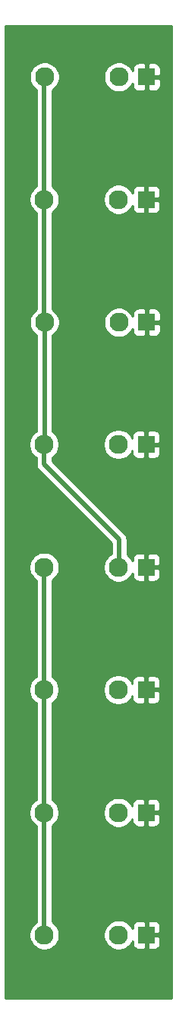
<source format=gbr>
%TF.GenerationSoftware,KiCad,Pcbnew,(5.1.6-0)*%
%TF.CreationDate,2020-10-27T19:58:16-07:00*%
%TF.ProjectId,circuit_board,63697263-7569-4745-9f62-6f6172642e6b,rev?*%
%TF.SameCoordinates,Original*%
%TF.FileFunction,Copper,L1,Top*%
%TF.FilePolarity,Positive*%
%FSLAX46Y46*%
G04 Gerber Fmt 4.6, Leading zero omitted, Abs format (unit mm)*
G04 Created by KiCad (PCBNEW (5.1.6-0)) date 2020-10-27 19:58:16*
%MOMM*%
%LPD*%
G01*
G04 APERTURE LIST*
%TA.AperFunction,ComponentPad*%
%ADD10C,2.130000*%
%TD*%
%TA.AperFunction,ComponentPad*%
%ADD11R,1.830000X1.930000*%
%TD*%
%TA.AperFunction,Conductor*%
%ADD12C,0.508000*%
%TD*%
%TA.AperFunction,Conductor*%
%ADD13C,0.254000*%
%TD*%
G04 APERTURE END LIST*
D10*
%TO.P,J1,TN*%
%TO.N,N/C*%
X91810000Y-48230000D03*
D11*
%TO.P,J1,S*%
%TO.N,GND*%
X94910000Y-48230000D03*
D10*
%TO.P,J1,T*%
%TO.N,Net-(J1-PadT)*%
X83510000Y-48230000D03*
%TD*%
%TO.P,J2,TN*%
%TO.N,Net-(J1-PadT)*%
X91780000Y-102870000D03*
D11*
%TO.P,J2,S*%
%TO.N,GND*%
X94880000Y-102870000D03*
D10*
%TO.P,J2,T*%
%TO.N,Net-(J2-PadT)*%
X83480000Y-102870000D03*
%TD*%
%TO.P,J3,T*%
%TO.N,Net-(J1-PadT)*%
X83480000Y-61880000D03*
D11*
%TO.P,J3,S*%
%TO.N,GND*%
X94880000Y-61880000D03*
D10*
%TO.P,J3,TN*%
%TO.N,N/C*%
X91780000Y-61880000D03*
%TD*%
%TO.P,J4,TN*%
%TO.N,N/C*%
X91810000Y-75580000D03*
D11*
%TO.P,J4,S*%
%TO.N,GND*%
X94910000Y-75580000D03*
D10*
%TO.P,J4,T*%
%TO.N,Net-(J1-PadT)*%
X83510000Y-75580000D03*
%TD*%
%TO.P,J5,T*%
%TO.N,Net-(J1-PadT)*%
X83460000Y-89190000D03*
D11*
%TO.P,J5,S*%
%TO.N,GND*%
X94860000Y-89190000D03*
D10*
%TO.P,J5,TN*%
%TO.N,N/C*%
X91760000Y-89190000D03*
%TD*%
%TO.P,J6,T*%
%TO.N,Net-(J2-PadT)*%
X83460000Y-116530000D03*
D11*
%TO.P,J6,S*%
%TO.N,GND*%
X94860000Y-116530000D03*
D10*
%TO.P,J6,TN*%
%TO.N,N/C*%
X91760000Y-116530000D03*
%TD*%
%TO.P,J7,TN*%
%TO.N,N/C*%
X91760000Y-130220000D03*
D11*
%TO.P,J7,S*%
%TO.N,GND*%
X94860000Y-130220000D03*
D10*
%TO.P,J7,T*%
%TO.N,Net-(J2-PadT)*%
X83460000Y-130220000D03*
%TD*%
%TO.P,J8,T*%
%TO.N,Net-(J2-PadT)*%
X83490000Y-143860000D03*
D11*
%TO.P,J8,S*%
%TO.N,GND*%
X94890000Y-143860000D03*
D10*
%TO.P,J8,TN*%
%TO.N,N/C*%
X91790000Y-143860000D03*
%TD*%
D12*
%TO.N,Net-(J1-PadT)*%
X83480000Y-48260000D02*
X83510000Y-48230000D01*
X83480000Y-61880000D02*
X83480000Y-48260000D01*
X83480000Y-75550000D02*
X83510000Y-75580000D01*
X83480000Y-61880000D02*
X83480000Y-75550000D01*
X83510000Y-89140000D02*
X83460000Y-89190000D01*
X83510000Y-75580000D02*
X83510000Y-89140000D01*
X91852636Y-99782636D02*
X91852636Y-102390464D01*
X83460000Y-91390000D02*
X91852636Y-99782636D01*
X83460000Y-89190000D02*
X83460000Y-91390000D01*
%TO.N,Net-(J2-PadT)*%
X83480000Y-116510000D02*
X83460000Y-116530000D01*
X83480000Y-102870000D02*
X83480000Y-116510000D01*
X83460000Y-116530000D02*
X83460000Y-130220000D01*
X83460000Y-143830000D02*
X83490000Y-143860000D01*
X83460000Y-130220000D02*
X83460000Y-143830000D01*
%TD*%
D13*
%TO.N,GND*%
G36*
X97644110Y-150939327D02*
G01*
X79145267Y-150939327D01*
X79145267Y-116362565D01*
X81760000Y-116362565D01*
X81760000Y-116697435D01*
X81825330Y-117025872D01*
X81953479Y-117335252D01*
X82139523Y-117613687D01*
X82376313Y-117850477D01*
X82571000Y-117980563D01*
X82571001Y-128769437D01*
X82376313Y-128899523D01*
X82139523Y-129136313D01*
X81953479Y-129414748D01*
X81825330Y-129724128D01*
X81760000Y-130052565D01*
X81760000Y-130387435D01*
X81825330Y-130715872D01*
X81953479Y-131025252D01*
X82139523Y-131303687D01*
X82376313Y-131540477D01*
X82571000Y-131670563D01*
X82571001Y-142429482D01*
X82406313Y-142539523D01*
X82169523Y-142776313D01*
X81983479Y-143054748D01*
X81855330Y-143364128D01*
X81790000Y-143692565D01*
X81790000Y-144027435D01*
X81855330Y-144355872D01*
X81983479Y-144665252D01*
X82169523Y-144943687D01*
X82406313Y-145180477D01*
X82684748Y-145366521D01*
X82994128Y-145494670D01*
X83322565Y-145560000D01*
X83657435Y-145560000D01*
X83985872Y-145494670D01*
X84295252Y-145366521D01*
X84573687Y-145180477D01*
X84810477Y-144943687D01*
X84996521Y-144665252D01*
X85124670Y-144355872D01*
X85190000Y-144027435D01*
X85190000Y-143692565D01*
X90090000Y-143692565D01*
X90090000Y-144027435D01*
X90155330Y-144355872D01*
X90283479Y-144665252D01*
X90469523Y-144943687D01*
X90706313Y-145180477D01*
X90984748Y-145366521D01*
X91294128Y-145494670D01*
X91622565Y-145560000D01*
X91957435Y-145560000D01*
X92285872Y-145494670D01*
X92595252Y-145366521D01*
X92873687Y-145180477D01*
X93110477Y-144943687D01*
X93296521Y-144665252D01*
X93338105Y-144564860D01*
X93336928Y-144825000D01*
X93349188Y-144949482D01*
X93385498Y-145069180D01*
X93444463Y-145179494D01*
X93523815Y-145276185D01*
X93620506Y-145355537D01*
X93730820Y-145414502D01*
X93850518Y-145450812D01*
X93975000Y-145463072D01*
X94604250Y-145460000D01*
X94763000Y-145301250D01*
X94763000Y-143987000D01*
X95017000Y-143987000D01*
X95017000Y-145301250D01*
X95175750Y-145460000D01*
X95805000Y-145463072D01*
X95929482Y-145450812D01*
X96049180Y-145414502D01*
X96159494Y-145355537D01*
X96256185Y-145276185D01*
X96335537Y-145179494D01*
X96394502Y-145069180D01*
X96430812Y-144949482D01*
X96443072Y-144825000D01*
X96440000Y-144145750D01*
X96281250Y-143987000D01*
X95017000Y-143987000D01*
X94763000Y-143987000D01*
X94743000Y-143987000D01*
X94743000Y-143733000D01*
X94763000Y-143733000D01*
X94763000Y-142418750D01*
X95017000Y-142418750D01*
X95017000Y-143733000D01*
X96281250Y-143733000D01*
X96440000Y-143574250D01*
X96443072Y-142895000D01*
X96430812Y-142770518D01*
X96394502Y-142650820D01*
X96335537Y-142540506D01*
X96256185Y-142443815D01*
X96159494Y-142364463D01*
X96049180Y-142305498D01*
X95929482Y-142269188D01*
X95805000Y-142256928D01*
X95175750Y-142260000D01*
X95017000Y-142418750D01*
X94763000Y-142418750D01*
X94604250Y-142260000D01*
X93975000Y-142256928D01*
X93850518Y-142269188D01*
X93730820Y-142305498D01*
X93620506Y-142364463D01*
X93523815Y-142443815D01*
X93444463Y-142540506D01*
X93385498Y-142650820D01*
X93349188Y-142770518D01*
X93336928Y-142895000D01*
X93338105Y-143155140D01*
X93296521Y-143054748D01*
X93110477Y-142776313D01*
X92873687Y-142539523D01*
X92595252Y-142353479D01*
X92285872Y-142225330D01*
X91957435Y-142160000D01*
X91622565Y-142160000D01*
X91294128Y-142225330D01*
X90984748Y-142353479D01*
X90706313Y-142539523D01*
X90469523Y-142776313D01*
X90283479Y-143054748D01*
X90155330Y-143364128D01*
X90090000Y-143692565D01*
X85190000Y-143692565D01*
X85124670Y-143364128D01*
X84996521Y-143054748D01*
X84810477Y-142776313D01*
X84573687Y-142539523D01*
X84349000Y-142389392D01*
X84349000Y-131670562D01*
X84543687Y-131540477D01*
X84780477Y-131303687D01*
X84966521Y-131025252D01*
X85094670Y-130715872D01*
X85160000Y-130387435D01*
X85160000Y-130052565D01*
X90060000Y-130052565D01*
X90060000Y-130387435D01*
X90125330Y-130715872D01*
X90253479Y-131025252D01*
X90439523Y-131303687D01*
X90676313Y-131540477D01*
X90954748Y-131726521D01*
X91264128Y-131854670D01*
X91592565Y-131920000D01*
X91927435Y-131920000D01*
X92255872Y-131854670D01*
X92565252Y-131726521D01*
X92843687Y-131540477D01*
X93080477Y-131303687D01*
X93266521Y-131025252D01*
X93308105Y-130924860D01*
X93306928Y-131185000D01*
X93319188Y-131309482D01*
X93355498Y-131429180D01*
X93414463Y-131539494D01*
X93493815Y-131636185D01*
X93590506Y-131715537D01*
X93700820Y-131774502D01*
X93820518Y-131810812D01*
X93945000Y-131823072D01*
X94574250Y-131820000D01*
X94733000Y-131661250D01*
X94733000Y-130347000D01*
X94987000Y-130347000D01*
X94987000Y-131661250D01*
X95145750Y-131820000D01*
X95775000Y-131823072D01*
X95899482Y-131810812D01*
X96019180Y-131774502D01*
X96129494Y-131715537D01*
X96226185Y-131636185D01*
X96305537Y-131539494D01*
X96364502Y-131429180D01*
X96400812Y-131309482D01*
X96413072Y-131185000D01*
X96410000Y-130505750D01*
X96251250Y-130347000D01*
X94987000Y-130347000D01*
X94733000Y-130347000D01*
X94713000Y-130347000D01*
X94713000Y-130093000D01*
X94733000Y-130093000D01*
X94733000Y-128778750D01*
X94987000Y-128778750D01*
X94987000Y-130093000D01*
X96251250Y-130093000D01*
X96410000Y-129934250D01*
X96413072Y-129255000D01*
X96400812Y-129130518D01*
X96364502Y-129010820D01*
X96305537Y-128900506D01*
X96226185Y-128803815D01*
X96129494Y-128724463D01*
X96019180Y-128665498D01*
X95899482Y-128629188D01*
X95775000Y-128616928D01*
X95145750Y-128620000D01*
X94987000Y-128778750D01*
X94733000Y-128778750D01*
X94574250Y-128620000D01*
X93945000Y-128616928D01*
X93820518Y-128629188D01*
X93700820Y-128665498D01*
X93590506Y-128724463D01*
X93493815Y-128803815D01*
X93414463Y-128900506D01*
X93355498Y-129010820D01*
X93319188Y-129130518D01*
X93306928Y-129255000D01*
X93308105Y-129515140D01*
X93266521Y-129414748D01*
X93080477Y-129136313D01*
X92843687Y-128899523D01*
X92565252Y-128713479D01*
X92255872Y-128585330D01*
X91927435Y-128520000D01*
X91592565Y-128520000D01*
X91264128Y-128585330D01*
X90954748Y-128713479D01*
X90676313Y-128899523D01*
X90439523Y-129136313D01*
X90253479Y-129414748D01*
X90125330Y-129724128D01*
X90060000Y-130052565D01*
X85160000Y-130052565D01*
X85094670Y-129724128D01*
X84966521Y-129414748D01*
X84780477Y-129136313D01*
X84543687Y-128899523D01*
X84349000Y-128769438D01*
X84349000Y-117980562D01*
X84543687Y-117850477D01*
X84780477Y-117613687D01*
X84966521Y-117335252D01*
X85094670Y-117025872D01*
X85160000Y-116697435D01*
X85160000Y-116362565D01*
X90060000Y-116362565D01*
X90060000Y-116697435D01*
X90125330Y-117025872D01*
X90253479Y-117335252D01*
X90439523Y-117613687D01*
X90676313Y-117850477D01*
X90954748Y-118036521D01*
X91264128Y-118164670D01*
X91592565Y-118230000D01*
X91927435Y-118230000D01*
X92255872Y-118164670D01*
X92565252Y-118036521D01*
X92843687Y-117850477D01*
X93080477Y-117613687D01*
X93266521Y-117335252D01*
X93308105Y-117234860D01*
X93306928Y-117495000D01*
X93319188Y-117619482D01*
X93355498Y-117739180D01*
X93414463Y-117849494D01*
X93493815Y-117946185D01*
X93590506Y-118025537D01*
X93700820Y-118084502D01*
X93820518Y-118120812D01*
X93945000Y-118133072D01*
X94574250Y-118130000D01*
X94733000Y-117971250D01*
X94733000Y-116657000D01*
X94987000Y-116657000D01*
X94987000Y-117971250D01*
X95145750Y-118130000D01*
X95775000Y-118133072D01*
X95899482Y-118120812D01*
X96019180Y-118084502D01*
X96129494Y-118025537D01*
X96226185Y-117946185D01*
X96305537Y-117849494D01*
X96364502Y-117739180D01*
X96400812Y-117619482D01*
X96413072Y-117495000D01*
X96410000Y-116815750D01*
X96251250Y-116657000D01*
X94987000Y-116657000D01*
X94733000Y-116657000D01*
X94713000Y-116657000D01*
X94713000Y-116403000D01*
X94733000Y-116403000D01*
X94733000Y-115088750D01*
X94987000Y-115088750D01*
X94987000Y-116403000D01*
X96251250Y-116403000D01*
X96410000Y-116244250D01*
X96413072Y-115565000D01*
X96400812Y-115440518D01*
X96364502Y-115320820D01*
X96305537Y-115210506D01*
X96226185Y-115113815D01*
X96129494Y-115034463D01*
X96019180Y-114975498D01*
X95899482Y-114939188D01*
X95775000Y-114926928D01*
X95145750Y-114930000D01*
X94987000Y-115088750D01*
X94733000Y-115088750D01*
X94574250Y-114930000D01*
X93945000Y-114926928D01*
X93820518Y-114939188D01*
X93700820Y-114975498D01*
X93590506Y-115034463D01*
X93493815Y-115113815D01*
X93414463Y-115210506D01*
X93355498Y-115320820D01*
X93319188Y-115440518D01*
X93306928Y-115565000D01*
X93308105Y-115825140D01*
X93266521Y-115724748D01*
X93080477Y-115446313D01*
X92843687Y-115209523D01*
X92565252Y-115023479D01*
X92255872Y-114895330D01*
X91927435Y-114830000D01*
X91592565Y-114830000D01*
X91264128Y-114895330D01*
X90954748Y-115023479D01*
X90676313Y-115209523D01*
X90439523Y-115446313D01*
X90253479Y-115724748D01*
X90125330Y-116034128D01*
X90060000Y-116362565D01*
X85160000Y-116362565D01*
X85094670Y-116034128D01*
X84966521Y-115724748D01*
X84780477Y-115446313D01*
X84543687Y-115209523D01*
X84369000Y-115092801D01*
X84369000Y-104320562D01*
X84563687Y-104190477D01*
X84800477Y-103953687D01*
X84986521Y-103675252D01*
X85114670Y-103365872D01*
X85180000Y-103037435D01*
X85180000Y-102702565D01*
X85114670Y-102374128D01*
X84986521Y-102064748D01*
X84800477Y-101786313D01*
X84563687Y-101549523D01*
X84285252Y-101363479D01*
X83975872Y-101235330D01*
X83647435Y-101170000D01*
X83312565Y-101170000D01*
X82984128Y-101235330D01*
X82674748Y-101363479D01*
X82396313Y-101549523D01*
X82159523Y-101786313D01*
X81973479Y-102064748D01*
X81845330Y-102374128D01*
X81780000Y-102702565D01*
X81780000Y-103037435D01*
X81845330Y-103365872D01*
X81973479Y-103675252D01*
X82159523Y-103953687D01*
X82396313Y-104190477D01*
X82591000Y-104320563D01*
X82591001Y-115066073D01*
X82376313Y-115209523D01*
X82139523Y-115446313D01*
X81953479Y-115724748D01*
X81825330Y-116034128D01*
X81760000Y-116362565D01*
X79145267Y-116362565D01*
X79145267Y-89022565D01*
X81760000Y-89022565D01*
X81760000Y-89357435D01*
X81825330Y-89685872D01*
X81953479Y-89995252D01*
X82139523Y-90273687D01*
X82376313Y-90510477D01*
X82571001Y-90640563D01*
X82571001Y-91346330D01*
X82566700Y-91390000D01*
X82583864Y-91564274D01*
X82634698Y-91731852D01*
X82717248Y-91886291D01*
X82828342Y-92021659D01*
X82862259Y-92049494D01*
X90963636Y-100150872D01*
X90963637Y-101370903D01*
X90696313Y-101549523D01*
X90459523Y-101786313D01*
X90273479Y-102064748D01*
X90145330Y-102374128D01*
X90080000Y-102702565D01*
X90080000Y-103037435D01*
X90145330Y-103365872D01*
X90273479Y-103675252D01*
X90459523Y-103953687D01*
X90696313Y-104190477D01*
X90974748Y-104376521D01*
X91284128Y-104504670D01*
X91612565Y-104570000D01*
X91947435Y-104570000D01*
X92275872Y-104504670D01*
X92585252Y-104376521D01*
X92863687Y-104190477D01*
X93100477Y-103953687D01*
X93286521Y-103675252D01*
X93328105Y-103574860D01*
X93326928Y-103835000D01*
X93339188Y-103959482D01*
X93375498Y-104079180D01*
X93434463Y-104189494D01*
X93513815Y-104286185D01*
X93610506Y-104365537D01*
X93720820Y-104424502D01*
X93840518Y-104460812D01*
X93965000Y-104473072D01*
X94594250Y-104470000D01*
X94753000Y-104311250D01*
X94753000Y-102997000D01*
X95007000Y-102997000D01*
X95007000Y-104311250D01*
X95165750Y-104470000D01*
X95795000Y-104473072D01*
X95919482Y-104460812D01*
X96039180Y-104424502D01*
X96149494Y-104365537D01*
X96246185Y-104286185D01*
X96325537Y-104189494D01*
X96384502Y-104079180D01*
X96420812Y-103959482D01*
X96433072Y-103835000D01*
X96430000Y-103155750D01*
X96271250Y-102997000D01*
X95007000Y-102997000D01*
X94753000Y-102997000D01*
X94733000Y-102997000D01*
X94733000Y-102743000D01*
X94753000Y-102743000D01*
X94753000Y-101428750D01*
X95007000Y-101428750D01*
X95007000Y-102743000D01*
X96271250Y-102743000D01*
X96430000Y-102584250D01*
X96433072Y-101905000D01*
X96420812Y-101780518D01*
X96384502Y-101660820D01*
X96325537Y-101550506D01*
X96246185Y-101453815D01*
X96149494Y-101374463D01*
X96039180Y-101315498D01*
X95919482Y-101279188D01*
X95795000Y-101266928D01*
X95165750Y-101270000D01*
X95007000Y-101428750D01*
X94753000Y-101428750D01*
X94594250Y-101270000D01*
X93965000Y-101266928D01*
X93840518Y-101279188D01*
X93720820Y-101315498D01*
X93610506Y-101374463D01*
X93513815Y-101453815D01*
X93434463Y-101550506D01*
X93375498Y-101660820D01*
X93339188Y-101780518D01*
X93326928Y-101905000D01*
X93328105Y-102165140D01*
X93286521Y-102064748D01*
X93100477Y-101786313D01*
X92863687Y-101549523D01*
X92741636Y-101467971D01*
X92741636Y-99826296D01*
X92745936Y-99782636D01*
X92741636Y-99738976D01*
X92741636Y-99738969D01*
X92728772Y-99608362D01*
X92677939Y-99440785D01*
X92595389Y-99286345D01*
X92484295Y-99150977D01*
X92450379Y-99123143D01*
X84349000Y-91021765D01*
X84349000Y-90640562D01*
X84543687Y-90510477D01*
X84780477Y-90273687D01*
X84966521Y-89995252D01*
X85094670Y-89685872D01*
X85160000Y-89357435D01*
X85160000Y-89022565D01*
X90060000Y-89022565D01*
X90060000Y-89357435D01*
X90125330Y-89685872D01*
X90253479Y-89995252D01*
X90439523Y-90273687D01*
X90676313Y-90510477D01*
X90954748Y-90696521D01*
X91264128Y-90824670D01*
X91592565Y-90890000D01*
X91927435Y-90890000D01*
X92255872Y-90824670D01*
X92565252Y-90696521D01*
X92843687Y-90510477D01*
X93080477Y-90273687D01*
X93266521Y-89995252D01*
X93308105Y-89894860D01*
X93306928Y-90155000D01*
X93319188Y-90279482D01*
X93355498Y-90399180D01*
X93414463Y-90509494D01*
X93493815Y-90606185D01*
X93590506Y-90685537D01*
X93700820Y-90744502D01*
X93820518Y-90780812D01*
X93945000Y-90793072D01*
X94574250Y-90790000D01*
X94733000Y-90631250D01*
X94733000Y-89317000D01*
X94987000Y-89317000D01*
X94987000Y-90631250D01*
X95145750Y-90790000D01*
X95775000Y-90793072D01*
X95899482Y-90780812D01*
X96019180Y-90744502D01*
X96129494Y-90685537D01*
X96226185Y-90606185D01*
X96305537Y-90509494D01*
X96364502Y-90399180D01*
X96400812Y-90279482D01*
X96413072Y-90155000D01*
X96410000Y-89475750D01*
X96251250Y-89317000D01*
X94987000Y-89317000D01*
X94733000Y-89317000D01*
X94713000Y-89317000D01*
X94713000Y-89063000D01*
X94733000Y-89063000D01*
X94733000Y-87748750D01*
X94987000Y-87748750D01*
X94987000Y-89063000D01*
X96251250Y-89063000D01*
X96410000Y-88904250D01*
X96413072Y-88225000D01*
X96400812Y-88100518D01*
X96364502Y-87980820D01*
X96305537Y-87870506D01*
X96226185Y-87773815D01*
X96129494Y-87694463D01*
X96019180Y-87635498D01*
X95899482Y-87599188D01*
X95775000Y-87586928D01*
X95145750Y-87590000D01*
X94987000Y-87748750D01*
X94733000Y-87748750D01*
X94574250Y-87590000D01*
X93945000Y-87586928D01*
X93820518Y-87599188D01*
X93700820Y-87635498D01*
X93590506Y-87694463D01*
X93493815Y-87773815D01*
X93414463Y-87870506D01*
X93355498Y-87980820D01*
X93319188Y-88100518D01*
X93306928Y-88225000D01*
X93308105Y-88485140D01*
X93266521Y-88384748D01*
X93080477Y-88106313D01*
X92843687Y-87869523D01*
X92565252Y-87683479D01*
X92255872Y-87555330D01*
X91927435Y-87490000D01*
X91592565Y-87490000D01*
X91264128Y-87555330D01*
X90954748Y-87683479D01*
X90676313Y-87869523D01*
X90439523Y-88106313D01*
X90253479Y-88384748D01*
X90125330Y-88694128D01*
X90060000Y-89022565D01*
X85160000Y-89022565D01*
X85094670Y-88694128D01*
X84966521Y-88384748D01*
X84780477Y-88106313D01*
X84543687Y-87869523D01*
X84399000Y-87772846D01*
X84399000Y-77030562D01*
X84593687Y-76900477D01*
X84830477Y-76663687D01*
X85016521Y-76385252D01*
X85144670Y-76075872D01*
X85210000Y-75747435D01*
X85210000Y-75412565D01*
X90110000Y-75412565D01*
X90110000Y-75747435D01*
X90175330Y-76075872D01*
X90303479Y-76385252D01*
X90489523Y-76663687D01*
X90726313Y-76900477D01*
X91004748Y-77086521D01*
X91314128Y-77214670D01*
X91642565Y-77280000D01*
X91977435Y-77280000D01*
X92305872Y-77214670D01*
X92615252Y-77086521D01*
X92893687Y-76900477D01*
X93130477Y-76663687D01*
X93316521Y-76385252D01*
X93358105Y-76284860D01*
X93356928Y-76545000D01*
X93369188Y-76669482D01*
X93405498Y-76789180D01*
X93464463Y-76899494D01*
X93543815Y-76996185D01*
X93640506Y-77075537D01*
X93750820Y-77134502D01*
X93870518Y-77170812D01*
X93995000Y-77183072D01*
X94624250Y-77180000D01*
X94783000Y-77021250D01*
X94783000Y-75707000D01*
X95037000Y-75707000D01*
X95037000Y-77021250D01*
X95195750Y-77180000D01*
X95825000Y-77183072D01*
X95949482Y-77170812D01*
X96069180Y-77134502D01*
X96179494Y-77075537D01*
X96276185Y-76996185D01*
X96355537Y-76899494D01*
X96414502Y-76789180D01*
X96450812Y-76669482D01*
X96463072Y-76545000D01*
X96460000Y-75865750D01*
X96301250Y-75707000D01*
X95037000Y-75707000D01*
X94783000Y-75707000D01*
X94763000Y-75707000D01*
X94763000Y-75453000D01*
X94783000Y-75453000D01*
X94783000Y-74138750D01*
X95037000Y-74138750D01*
X95037000Y-75453000D01*
X96301250Y-75453000D01*
X96460000Y-75294250D01*
X96463072Y-74615000D01*
X96450812Y-74490518D01*
X96414502Y-74370820D01*
X96355537Y-74260506D01*
X96276185Y-74163815D01*
X96179494Y-74084463D01*
X96069180Y-74025498D01*
X95949482Y-73989188D01*
X95825000Y-73976928D01*
X95195750Y-73980000D01*
X95037000Y-74138750D01*
X94783000Y-74138750D01*
X94624250Y-73980000D01*
X93995000Y-73976928D01*
X93870518Y-73989188D01*
X93750820Y-74025498D01*
X93640506Y-74084463D01*
X93543815Y-74163815D01*
X93464463Y-74260506D01*
X93405498Y-74370820D01*
X93369188Y-74490518D01*
X93356928Y-74615000D01*
X93358105Y-74875140D01*
X93316521Y-74774748D01*
X93130477Y-74496313D01*
X92893687Y-74259523D01*
X92615252Y-74073479D01*
X92305872Y-73945330D01*
X91977435Y-73880000D01*
X91642565Y-73880000D01*
X91314128Y-73945330D01*
X91004748Y-74073479D01*
X90726313Y-74259523D01*
X90489523Y-74496313D01*
X90303479Y-74774748D01*
X90175330Y-75084128D01*
X90110000Y-75412565D01*
X85210000Y-75412565D01*
X85144670Y-75084128D01*
X85016521Y-74774748D01*
X84830477Y-74496313D01*
X84593687Y-74259523D01*
X84369000Y-74109392D01*
X84369000Y-63330562D01*
X84563687Y-63200477D01*
X84800477Y-62963687D01*
X84986521Y-62685252D01*
X85114670Y-62375872D01*
X85180000Y-62047435D01*
X85180000Y-61712565D01*
X90080000Y-61712565D01*
X90080000Y-62047435D01*
X90145330Y-62375872D01*
X90273479Y-62685252D01*
X90459523Y-62963687D01*
X90696313Y-63200477D01*
X90974748Y-63386521D01*
X91284128Y-63514670D01*
X91612565Y-63580000D01*
X91947435Y-63580000D01*
X92275872Y-63514670D01*
X92585252Y-63386521D01*
X92863687Y-63200477D01*
X93100477Y-62963687D01*
X93286521Y-62685252D01*
X93328105Y-62584860D01*
X93326928Y-62845000D01*
X93339188Y-62969482D01*
X93375498Y-63089180D01*
X93434463Y-63199494D01*
X93513815Y-63296185D01*
X93610506Y-63375537D01*
X93720820Y-63434502D01*
X93840518Y-63470812D01*
X93965000Y-63483072D01*
X94594250Y-63480000D01*
X94753000Y-63321250D01*
X94753000Y-62007000D01*
X95007000Y-62007000D01*
X95007000Y-63321250D01*
X95165750Y-63480000D01*
X95795000Y-63483072D01*
X95919482Y-63470812D01*
X96039180Y-63434502D01*
X96149494Y-63375537D01*
X96246185Y-63296185D01*
X96325537Y-63199494D01*
X96384502Y-63089180D01*
X96420812Y-62969482D01*
X96433072Y-62845000D01*
X96430000Y-62165750D01*
X96271250Y-62007000D01*
X95007000Y-62007000D01*
X94753000Y-62007000D01*
X94733000Y-62007000D01*
X94733000Y-61753000D01*
X94753000Y-61753000D01*
X94753000Y-60438750D01*
X95007000Y-60438750D01*
X95007000Y-61753000D01*
X96271250Y-61753000D01*
X96430000Y-61594250D01*
X96433072Y-60915000D01*
X96420812Y-60790518D01*
X96384502Y-60670820D01*
X96325537Y-60560506D01*
X96246185Y-60463815D01*
X96149494Y-60384463D01*
X96039180Y-60325498D01*
X95919482Y-60289188D01*
X95795000Y-60276928D01*
X95165750Y-60280000D01*
X95007000Y-60438750D01*
X94753000Y-60438750D01*
X94594250Y-60280000D01*
X93965000Y-60276928D01*
X93840518Y-60289188D01*
X93720820Y-60325498D01*
X93610506Y-60384463D01*
X93513815Y-60463815D01*
X93434463Y-60560506D01*
X93375498Y-60670820D01*
X93339188Y-60790518D01*
X93326928Y-60915000D01*
X93328105Y-61175140D01*
X93286521Y-61074748D01*
X93100477Y-60796313D01*
X92863687Y-60559523D01*
X92585252Y-60373479D01*
X92275872Y-60245330D01*
X91947435Y-60180000D01*
X91612565Y-60180000D01*
X91284128Y-60245330D01*
X90974748Y-60373479D01*
X90696313Y-60559523D01*
X90459523Y-60796313D01*
X90273479Y-61074748D01*
X90145330Y-61384128D01*
X90080000Y-61712565D01*
X85180000Y-61712565D01*
X85114670Y-61384128D01*
X84986521Y-61074748D01*
X84800477Y-60796313D01*
X84563687Y-60559523D01*
X84369000Y-60429438D01*
X84369000Y-49700608D01*
X84593687Y-49550477D01*
X84830477Y-49313687D01*
X85016521Y-49035252D01*
X85144670Y-48725872D01*
X85210000Y-48397435D01*
X85210000Y-48062565D01*
X90110000Y-48062565D01*
X90110000Y-48397435D01*
X90175330Y-48725872D01*
X90303479Y-49035252D01*
X90489523Y-49313687D01*
X90726313Y-49550477D01*
X91004748Y-49736521D01*
X91314128Y-49864670D01*
X91642565Y-49930000D01*
X91977435Y-49930000D01*
X92305872Y-49864670D01*
X92615252Y-49736521D01*
X92893687Y-49550477D01*
X93130477Y-49313687D01*
X93316521Y-49035252D01*
X93358105Y-48934860D01*
X93356928Y-49195000D01*
X93369188Y-49319482D01*
X93405498Y-49439180D01*
X93464463Y-49549494D01*
X93543815Y-49646185D01*
X93640506Y-49725537D01*
X93750820Y-49784502D01*
X93870518Y-49820812D01*
X93995000Y-49833072D01*
X94624250Y-49830000D01*
X94783000Y-49671250D01*
X94783000Y-48357000D01*
X95037000Y-48357000D01*
X95037000Y-49671250D01*
X95195750Y-49830000D01*
X95825000Y-49833072D01*
X95949482Y-49820812D01*
X96069180Y-49784502D01*
X96179494Y-49725537D01*
X96276185Y-49646185D01*
X96355537Y-49549494D01*
X96414502Y-49439180D01*
X96450812Y-49319482D01*
X96463072Y-49195000D01*
X96460000Y-48515750D01*
X96301250Y-48357000D01*
X95037000Y-48357000D01*
X94783000Y-48357000D01*
X94763000Y-48357000D01*
X94763000Y-48103000D01*
X94783000Y-48103000D01*
X94783000Y-46788750D01*
X95037000Y-46788750D01*
X95037000Y-48103000D01*
X96301250Y-48103000D01*
X96460000Y-47944250D01*
X96463072Y-47265000D01*
X96450812Y-47140518D01*
X96414502Y-47020820D01*
X96355537Y-46910506D01*
X96276185Y-46813815D01*
X96179494Y-46734463D01*
X96069180Y-46675498D01*
X95949482Y-46639188D01*
X95825000Y-46626928D01*
X95195750Y-46630000D01*
X95037000Y-46788750D01*
X94783000Y-46788750D01*
X94624250Y-46630000D01*
X93995000Y-46626928D01*
X93870518Y-46639188D01*
X93750820Y-46675498D01*
X93640506Y-46734463D01*
X93543815Y-46813815D01*
X93464463Y-46910506D01*
X93405498Y-47020820D01*
X93369188Y-47140518D01*
X93356928Y-47265000D01*
X93358105Y-47525140D01*
X93316521Y-47424748D01*
X93130477Y-47146313D01*
X92893687Y-46909523D01*
X92615252Y-46723479D01*
X92305872Y-46595330D01*
X91977435Y-46530000D01*
X91642565Y-46530000D01*
X91314128Y-46595330D01*
X91004748Y-46723479D01*
X90726313Y-46909523D01*
X90489523Y-47146313D01*
X90303479Y-47424748D01*
X90175330Y-47734128D01*
X90110000Y-48062565D01*
X85210000Y-48062565D01*
X85144670Y-47734128D01*
X85016521Y-47424748D01*
X84830477Y-47146313D01*
X84593687Y-46909523D01*
X84315252Y-46723479D01*
X84005872Y-46595330D01*
X83677435Y-46530000D01*
X83342565Y-46530000D01*
X83014128Y-46595330D01*
X82704748Y-46723479D01*
X82426313Y-46909523D01*
X82189523Y-47146313D01*
X82003479Y-47424748D01*
X81875330Y-47734128D01*
X81810000Y-48062565D01*
X81810000Y-48397435D01*
X81875330Y-48725872D01*
X82003479Y-49035252D01*
X82189523Y-49313687D01*
X82426313Y-49550477D01*
X82591001Y-49660518D01*
X82591000Y-60429437D01*
X82396313Y-60559523D01*
X82159523Y-60796313D01*
X81973479Y-61074748D01*
X81845330Y-61384128D01*
X81780000Y-61712565D01*
X81780000Y-62047435D01*
X81845330Y-62375872D01*
X81973479Y-62685252D01*
X82159523Y-62963687D01*
X82396313Y-63200477D01*
X82591000Y-63330563D01*
X82591001Y-74149482D01*
X82426313Y-74259523D01*
X82189523Y-74496313D01*
X82003479Y-74774748D01*
X81875330Y-75084128D01*
X81810000Y-75412565D01*
X81810000Y-75747435D01*
X81875330Y-76075872D01*
X82003479Y-76385252D01*
X82189523Y-76663687D01*
X82426313Y-76900477D01*
X82621000Y-77030563D01*
X82621001Y-87706028D01*
X82376313Y-87869523D01*
X82139523Y-88106313D01*
X81953479Y-88384748D01*
X81825330Y-88694128D01*
X81760000Y-89022565D01*
X79145267Y-89022565D01*
X79145267Y-42508648D01*
X97644109Y-42508648D01*
X97644110Y-150939327D01*
G37*
X97644110Y-150939327D02*
X79145267Y-150939327D01*
X79145267Y-116362565D01*
X81760000Y-116362565D01*
X81760000Y-116697435D01*
X81825330Y-117025872D01*
X81953479Y-117335252D01*
X82139523Y-117613687D01*
X82376313Y-117850477D01*
X82571000Y-117980563D01*
X82571001Y-128769437D01*
X82376313Y-128899523D01*
X82139523Y-129136313D01*
X81953479Y-129414748D01*
X81825330Y-129724128D01*
X81760000Y-130052565D01*
X81760000Y-130387435D01*
X81825330Y-130715872D01*
X81953479Y-131025252D01*
X82139523Y-131303687D01*
X82376313Y-131540477D01*
X82571000Y-131670563D01*
X82571001Y-142429482D01*
X82406313Y-142539523D01*
X82169523Y-142776313D01*
X81983479Y-143054748D01*
X81855330Y-143364128D01*
X81790000Y-143692565D01*
X81790000Y-144027435D01*
X81855330Y-144355872D01*
X81983479Y-144665252D01*
X82169523Y-144943687D01*
X82406313Y-145180477D01*
X82684748Y-145366521D01*
X82994128Y-145494670D01*
X83322565Y-145560000D01*
X83657435Y-145560000D01*
X83985872Y-145494670D01*
X84295252Y-145366521D01*
X84573687Y-145180477D01*
X84810477Y-144943687D01*
X84996521Y-144665252D01*
X85124670Y-144355872D01*
X85190000Y-144027435D01*
X85190000Y-143692565D01*
X90090000Y-143692565D01*
X90090000Y-144027435D01*
X90155330Y-144355872D01*
X90283479Y-144665252D01*
X90469523Y-144943687D01*
X90706313Y-145180477D01*
X90984748Y-145366521D01*
X91294128Y-145494670D01*
X91622565Y-145560000D01*
X91957435Y-145560000D01*
X92285872Y-145494670D01*
X92595252Y-145366521D01*
X92873687Y-145180477D01*
X93110477Y-144943687D01*
X93296521Y-144665252D01*
X93338105Y-144564860D01*
X93336928Y-144825000D01*
X93349188Y-144949482D01*
X93385498Y-145069180D01*
X93444463Y-145179494D01*
X93523815Y-145276185D01*
X93620506Y-145355537D01*
X93730820Y-145414502D01*
X93850518Y-145450812D01*
X93975000Y-145463072D01*
X94604250Y-145460000D01*
X94763000Y-145301250D01*
X94763000Y-143987000D01*
X95017000Y-143987000D01*
X95017000Y-145301250D01*
X95175750Y-145460000D01*
X95805000Y-145463072D01*
X95929482Y-145450812D01*
X96049180Y-145414502D01*
X96159494Y-145355537D01*
X96256185Y-145276185D01*
X96335537Y-145179494D01*
X96394502Y-145069180D01*
X96430812Y-144949482D01*
X96443072Y-144825000D01*
X96440000Y-144145750D01*
X96281250Y-143987000D01*
X95017000Y-143987000D01*
X94763000Y-143987000D01*
X94743000Y-143987000D01*
X94743000Y-143733000D01*
X94763000Y-143733000D01*
X94763000Y-142418750D01*
X95017000Y-142418750D01*
X95017000Y-143733000D01*
X96281250Y-143733000D01*
X96440000Y-143574250D01*
X96443072Y-142895000D01*
X96430812Y-142770518D01*
X96394502Y-142650820D01*
X96335537Y-142540506D01*
X96256185Y-142443815D01*
X96159494Y-142364463D01*
X96049180Y-142305498D01*
X95929482Y-142269188D01*
X95805000Y-142256928D01*
X95175750Y-142260000D01*
X95017000Y-142418750D01*
X94763000Y-142418750D01*
X94604250Y-142260000D01*
X93975000Y-142256928D01*
X93850518Y-142269188D01*
X93730820Y-142305498D01*
X93620506Y-142364463D01*
X93523815Y-142443815D01*
X93444463Y-142540506D01*
X93385498Y-142650820D01*
X93349188Y-142770518D01*
X93336928Y-142895000D01*
X93338105Y-143155140D01*
X93296521Y-143054748D01*
X93110477Y-142776313D01*
X92873687Y-142539523D01*
X92595252Y-142353479D01*
X92285872Y-142225330D01*
X91957435Y-142160000D01*
X91622565Y-142160000D01*
X91294128Y-142225330D01*
X90984748Y-142353479D01*
X90706313Y-142539523D01*
X90469523Y-142776313D01*
X90283479Y-143054748D01*
X90155330Y-143364128D01*
X90090000Y-143692565D01*
X85190000Y-143692565D01*
X85124670Y-143364128D01*
X84996521Y-143054748D01*
X84810477Y-142776313D01*
X84573687Y-142539523D01*
X84349000Y-142389392D01*
X84349000Y-131670562D01*
X84543687Y-131540477D01*
X84780477Y-131303687D01*
X84966521Y-131025252D01*
X85094670Y-130715872D01*
X85160000Y-130387435D01*
X85160000Y-130052565D01*
X90060000Y-130052565D01*
X90060000Y-130387435D01*
X90125330Y-130715872D01*
X90253479Y-131025252D01*
X90439523Y-131303687D01*
X90676313Y-131540477D01*
X90954748Y-131726521D01*
X91264128Y-131854670D01*
X91592565Y-131920000D01*
X91927435Y-131920000D01*
X92255872Y-131854670D01*
X92565252Y-131726521D01*
X92843687Y-131540477D01*
X93080477Y-131303687D01*
X93266521Y-131025252D01*
X93308105Y-130924860D01*
X93306928Y-131185000D01*
X93319188Y-131309482D01*
X93355498Y-131429180D01*
X93414463Y-131539494D01*
X93493815Y-131636185D01*
X93590506Y-131715537D01*
X93700820Y-131774502D01*
X93820518Y-131810812D01*
X93945000Y-131823072D01*
X94574250Y-131820000D01*
X94733000Y-131661250D01*
X94733000Y-130347000D01*
X94987000Y-130347000D01*
X94987000Y-131661250D01*
X95145750Y-131820000D01*
X95775000Y-131823072D01*
X95899482Y-131810812D01*
X96019180Y-131774502D01*
X96129494Y-131715537D01*
X96226185Y-131636185D01*
X96305537Y-131539494D01*
X96364502Y-131429180D01*
X96400812Y-131309482D01*
X96413072Y-131185000D01*
X96410000Y-130505750D01*
X96251250Y-130347000D01*
X94987000Y-130347000D01*
X94733000Y-130347000D01*
X94713000Y-130347000D01*
X94713000Y-130093000D01*
X94733000Y-130093000D01*
X94733000Y-128778750D01*
X94987000Y-128778750D01*
X94987000Y-130093000D01*
X96251250Y-130093000D01*
X96410000Y-129934250D01*
X96413072Y-129255000D01*
X96400812Y-129130518D01*
X96364502Y-129010820D01*
X96305537Y-128900506D01*
X96226185Y-128803815D01*
X96129494Y-128724463D01*
X96019180Y-128665498D01*
X95899482Y-128629188D01*
X95775000Y-128616928D01*
X95145750Y-128620000D01*
X94987000Y-128778750D01*
X94733000Y-128778750D01*
X94574250Y-128620000D01*
X93945000Y-128616928D01*
X93820518Y-128629188D01*
X93700820Y-128665498D01*
X93590506Y-128724463D01*
X93493815Y-128803815D01*
X93414463Y-128900506D01*
X93355498Y-129010820D01*
X93319188Y-129130518D01*
X93306928Y-129255000D01*
X93308105Y-129515140D01*
X93266521Y-129414748D01*
X93080477Y-129136313D01*
X92843687Y-128899523D01*
X92565252Y-128713479D01*
X92255872Y-128585330D01*
X91927435Y-128520000D01*
X91592565Y-128520000D01*
X91264128Y-128585330D01*
X90954748Y-128713479D01*
X90676313Y-128899523D01*
X90439523Y-129136313D01*
X90253479Y-129414748D01*
X90125330Y-129724128D01*
X90060000Y-130052565D01*
X85160000Y-130052565D01*
X85094670Y-129724128D01*
X84966521Y-129414748D01*
X84780477Y-129136313D01*
X84543687Y-128899523D01*
X84349000Y-128769438D01*
X84349000Y-117980562D01*
X84543687Y-117850477D01*
X84780477Y-117613687D01*
X84966521Y-117335252D01*
X85094670Y-117025872D01*
X85160000Y-116697435D01*
X85160000Y-116362565D01*
X90060000Y-116362565D01*
X90060000Y-116697435D01*
X90125330Y-117025872D01*
X90253479Y-117335252D01*
X90439523Y-117613687D01*
X90676313Y-117850477D01*
X90954748Y-118036521D01*
X91264128Y-118164670D01*
X91592565Y-118230000D01*
X91927435Y-118230000D01*
X92255872Y-118164670D01*
X92565252Y-118036521D01*
X92843687Y-117850477D01*
X93080477Y-117613687D01*
X93266521Y-117335252D01*
X93308105Y-117234860D01*
X93306928Y-117495000D01*
X93319188Y-117619482D01*
X93355498Y-117739180D01*
X93414463Y-117849494D01*
X93493815Y-117946185D01*
X93590506Y-118025537D01*
X93700820Y-118084502D01*
X93820518Y-118120812D01*
X93945000Y-118133072D01*
X94574250Y-118130000D01*
X94733000Y-117971250D01*
X94733000Y-116657000D01*
X94987000Y-116657000D01*
X94987000Y-117971250D01*
X95145750Y-118130000D01*
X95775000Y-118133072D01*
X95899482Y-118120812D01*
X96019180Y-118084502D01*
X96129494Y-118025537D01*
X96226185Y-117946185D01*
X96305537Y-117849494D01*
X96364502Y-117739180D01*
X96400812Y-117619482D01*
X96413072Y-117495000D01*
X96410000Y-116815750D01*
X96251250Y-116657000D01*
X94987000Y-116657000D01*
X94733000Y-116657000D01*
X94713000Y-116657000D01*
X94713000Y-116403000D01*
X94733000Y-116403000D01*
X94733000Y-115088750D01*
X94987000Y-115088750D01*
X94987000Y-116403000D01*
X96251250Y-116403000D01*
X96410000Y-116244250D01*
X96413072Y-115565000D01*
X96400812Y-115440518D01*
X96364502Y-115320820D01*
X96305537Y-115210506D01*
X96226185Y-115113815D01*
X96129494Y-115034463D01*
X96019180Y-114975498D01*
X95899482Y-114939188D01*
X95775000Y-114926928D01*
X95145750Y-114930000D01*
X94987000Y-115088750D01*
X94733000Y-115088750D01*
X94574250Y-114930000D01*
X93945000Y-114926928D01*
X93820518Y-114939188D01*
X93700820Y-114975498D01*
X93590506Y-115034463D01*
X93493815Y-115113815D01*
X93414463Y-115210506D01*
X93355498Y-115320820D01*
X93319188Y-115440518D01*
X93306928Y-115565000D01*
X93308105Y-115825140D01*
X93266521Y-115724748D01*
X93080477Y-115446313D01*
X92843687Y-115209523D01*
X92565252Y-115023479D01*
X92255872Y-114895330D01*
X91927435Y-114830000D01*
X91592565Y-114830000D01*
X91264128Y-114895330D01*
X90954748Y-115023479D01*
X90676313Y-115209523D01*
X90439523Y-115446313D01*
X90253479Y-115724748D01*
X90125330Y-116034128D01*
X90060000Y-116362565D01*
X85160000Y-116362565D01*
X85094670Y-116034128D01*
X84966521Y-115724748D01*
X84780477Y-115446313D01*
X84543687Y-115209523D01*
X84369000Y-115092801D01*
X84369000Y-104320562D01*
X84563687Y-104190477D01*
X84800477Y-103953687D01*
X84986521Y-103675252D01*
X85114670Y-103365872D01*
X85180000Y-103037435D01*
X85180000Y-102702565D01*
X85114670Y-102374128D01*
X84986521Y-102064748D01*
X84800477Y-101786313D01*
X84563687Y-101549523D01*
X84285252Y-101363479D01*
X83975872Y-101235330D01*
X83647435Y-101170000D01*
X83312565Y-101170000D01*
X82984128Y-101235330D01*
X82674748Y-101363479D01*
X82396313Y-101549523D01*
X82159523Y-101786313D01*
X81973479Y-102064748D01*
X81845330Y-102374128D01*
X81780000Y-102702565D01*
X81780000Y-103037435D01*
X81845330Y-103365872D01*
X81973479Y-103675252D01*
X82159523Y-103953687D01*
X82396313Y-104190477D01*
X82591000Y-104320563D01*
X82591001Y-115066073D01*
X82376313Y-115209523D01*
X82139523Y-115446313D01*
X81953479Y-115724748D01*
X81825330Y-116034128D01*
X81760000Y-116362565D01*
X79145267Y-116362565D01*
X79145267Y-89022565D01*
X81760000Y-89022565D01*
X81760000Y-89357435D01*
X81825330Y-89685872D01*
X81953479Y-89995252D01*
X82139523Y-90273687D01*
X82376313Y-90510477D01*
X82571001Y-90640563D01*
X82571001Y-91346330D01*
X82566700Y-91390000D01*
X82583864Y-91564274D01*
X82634698Y-91731852D01*
X82717248Y-91886291D01*
X82828342Y-92021659D01*
X82862259Y-92049494D01*
X90963636Y-100150872D01*
X90963637Y-101370903D01*
X90696313Y-101549523D01*
X90459523Y-101786313D01*
X90273479Y-102064748D01*
X90145330Y-102374128D01*
X90080000Y-102702565D01*
X90080000Y-103037435D01*
X90145330Y-103365872D01*
X90273479Y-103675252D01*
X90459523Y-103953687D01*
X90696313Y-104190477D01*
X90974748Y-104376521D01*
X91284128Y-104504670D01*
X91612565Y-104570000D01*
X91947435Y-104570000D01*
X92275872Y-104504670D01*
X92585252Y-104376521D01*
X92863687Y-104190477D01*
X93100477Y-103953687D01*
X93286521Y-103675252D01*
X93328105Y-103574860D01*
X93326928Y-103835000D01*
X93339188Y-103959482D01*
X93375498Y-104079180D01*
X93434463Y-104189494D01*
X93513815Y-104286185D01*
X93610506Y-104365537D01*
X93720820Y-104424502D01*
X93840518Y-104460812D01*
X93965000Y-104473072D01*
X94594250Y-104470000D01*
X94753000Y-104311250D01*
X94753000Y-102997000D01*
X95007000Y-102997000D01*
X95007000Y-104311250D01*
X95165750Y-104470000D01*
X95795000Y-104473072D01*
X95919482Y-104460812D01*
X96039180Y-104424502D01*
X96149494Y-104365537D01*
X96246185Y-104286185D01*
X96325537Y-104189494D01*
X96384502Y-104079180D01*
X96420812Y-103959482D01*
X96433072Y-103835000D01*
X96430000Y-103155750D01*
X96271250Y-102997000D01*
X95007000Y-102997000D01*
X94753000Y-102997000D01*
X94733000Y-102997000D01*
X94733000Y-102743000D01*
X94753000Y-102743000D01*
X94753000Y-101428750D01*
X95007000Y-101428750D01*
X95007000Y-102743000D01*
X96271250Y-102743000D01*
X96430000Y-102584250D01*
X96433072Y-101905000D01*
X96420812Y-101780518D01*
X96384502Y-101660820D01*
X96325537Y-101550506D01*
X96246185Y-101453815D01*
X96149494Y-101374463D01*
X96039180Y-101315498D01*
X95919482Y-101279188D01*
X95795000Y-101266928D01*
X95165750Y-101270000D01*
X95007000Y-101428750D01*
X94753000Y-101428750D01*
X94594250Y-101270000D01*
X93965000Y-101266928D01*
X93840518Y-101279188D01*
X93720820Y-101315498D01*
X93610506Y-101374463D01*
X93513815Y-101453815D01*
X93434463Y-101550506D01*
X93375498Y-101660820D01*
X93339188Y-101780518D01*
X93326928Y-101905000D01*
X93328105Y-102165140D01*
X93286521Y-102064748D01*
X93100477Y-101786313D01*
X92863687Y-101549523D01*
X92741636Y-101467971D01*
X92741636Y-99826296D01*
X92745936Y-99782636D01*
X92741636Y-99738976D01*
X92741636Y-99738969D01*
X92728772Y-99608362D01*
X92677939Y-99440785D01*
X92595389Y-99286345D01*
X92484295Y-99150977D01*
X92450379Y-99123143D01*
X84349000Y-91021765D01*
X84349000Y-90640562D01*
X84543687Y-90510477D01*
X84780477Y-90273687D01*
X84966521Y-89995252D01*
X85094670Y-89685872D01*
X85160000Y-89357435D01*
X85160000Y-89022565D01*
X90060000Y-89022565D01*
X90060000Y-89357435D01*
X90125330Y-89685872D01*
X90253479Y-89995252D01*
X90439523Y-90273687D01*
X90676313Y-90510477D01*
X90954748Y-90696521D01*
X91264128Y-90824670D01*
X91592565Y-90890000D01*
X91927435Y-90890000D01*
X92255872Y-90824670D01*
X92565252Y-90696521D01*
X92843687Y-90510477D01*
X93080477Y-90273687D01*
X93266521Y-89995252D01*
X93308105Y-89894860D01*
X93306928Y-90155000D01*
X93319188Y-90279482D01*
X93355498Y-90399180D01*
X93414463Y-90509494D01*
X93493815Y-90606185D01*
X93590506Y-90685537D01*
X93700820Y-90744502D01*
X93820518Y-90780812D01*
X93945000Y-90793072D01*
X94574250Y-90790000D01*
X94733000Y-90631250D01*
X94733000Y-89317000D01*
X94987000Y-89317000D01*
X94987000Y-90631250D01*
X95145750Y-90790000D01*
X95775000Y-90793072D01*
X95899482Y-90780812D01*
X96019180Y-90744502D01*
X96129494Y-90685537D01*
X96226185Y-90606185D01*
X96305537Y-90509494D01*
X96364502Y-90399180D01*
X96400812Y-90279482D01*
X96413072Y-90155000D01*
X96410000Y-89475750D01*
X96251250Y-89317000D01*
X94987000Y-89317000D01*
X94733000Y-89317000D01*
X94713000Y-89317000D01*
X94713000Y-89063000D01*
X94733000Y-89063000D01*
X94733000Y-87748750D01*
X94987000Y-87748750D01*
X94987000Y-89063000D01*
X96251250Y-89063000D01*
X96410000Y-88904250D01*
X96413072Y-88225000D01*
X96400812Y-88100518D01*
X96364502Y-87980820D01*
X96305537Y-87870506D01*
X96226185Y-87773815D01*
X96129494Y-87694463D01*
X96019180Y-87635498D01*
X95899482Y-87599188D01*
X95775000Y-87586928D01*
X95145750Y-87590000D01*
X94987000Y-87748750D01*
X94733000Y-87748750D01*
X94574250Y-87590000D01*
X93945000Y-87586928D01*
X93820518Y-87599188D01*
X93700820Y-87635498D01*
X93590506Y-87694463D01*
X93493815Y-87773815D01*
X93414463Y-87870506D01*
X93355498Y-87980820D01*
X93319188Y-88100518D01*
X93306928Y-88225000D01*
X93308105Y-88485140D01*
X93266521Y-88384748D01*
X93080477Y-88106313D01*
X92843687Y-87869523D01*
X92565252Y-87683479D01*
X92255872Y-87555330D01*
X91927435Y-87490000D01*
X91592565Y-87490000D01*
X91264128Y-87555330D01*
X90954748Y-87683479D01*
X90676313Y-87869523D01*
X90439523Y-88106313D01*
X90253479Y-88384748D01*
X90125330Y-88694128D01*
X90060000Y-89022565D01*
X85160000Y-89022565D01*
X85094670Y-88694128D01*
X84966521Y-88384748D01*
X84780477Y-88106313D01*
X84543687Y-87869523D01*
X84399000Y-87772846D01*
X84399000Y-77030562D01*
X84593687Y-76900477D01*
X84830477Y-76663687D01*
X85016521Y-76385252D01*
X85144670Y-76075872D01*
X85210000Y-75747435D01*
X85210000Y-75412565D01*
X90110000Y-75412565D01*
X90110000Y-75747435D01*
X90175330Y-76075872D01*
X90303479Y-76385252D01*
X90489523Y-76663687D01*
X90726313Y-76900477D01*
X91004748Y-77086521D01*
X91314128Y-77214670D01*
X91642565Y-77280000D01*
X91977435Y-77280000D01*
X92305872Y-77214670D01*
X92615252Y-77086521D01*
X92893687Y-76900477D01*
X93130477Y-76663687D01*
X93316521Y-76385252D01*
X93358105Y-76284860D01*
X93356928Y-76545000D01*
X93369188Y-76669482D01*
X93405498Y-76789180D01*
X93464463Y-76899494D01*
X93543815Y-76996185D01*
X93640506Y-77075537D01*
X93750820Y-77134502D01*
X93870518Y-77170812D01*
X93995000Y-77183072D01*
X94624250Y-77180000D01*
X94783000Y-77021250D01*
X94783000Y-75707000D01*
X95037000Y-75707000D01*
X95037000Y-77021250D01*
X95195750Y-77180000D01*
X95825000Y-77183072D01*
X95949482Y-77170812D01*
X96069180Y-77134502D01*
X96179494Y-77075537D01*
X96276185Y-76996185D01*
X96355537Y-76899494D01*
X96414502Y-76789180D01*
X96450812Y-76669482D01*
X96463072Y-76545000D01*
X96460000Y-75865750D01*
X96301250Y-75707000D01*
X95037000Y-75707000D01*
X94783000Y-75707000D01*
X94763000Y-75707000D01*
X94763000Y-75453000D01*
X94783000Y-75453000D01*
X94783000Y-74138750D01*
X95037000Y-74138750D01*
X95037000Y-75453000D01*
X96301250Y-75453000D01*
X96460000Y-75294250D01*
X96463072Y-74615000D01*
X96450812Y-74490518D01*
X96414502Y-74370820D01*
X96355537Y-74260506D01*
X96276185Y-74163815D01*
X96179494Y-74084463D01*
X96069180Y-74025498D01*
X95949482Y-73989188D01*
X95825000Y-73976928D01*
X95195750Y-73980000D01*
X95037000Y-74138750D01*
X94783000Y-74138750D01*
X94624250Y-73980000D01*
X93995000Y-73976928D01*
X93870518Y-73989188D01*
X93750820Y-74025498D01*
X93640506Y-74084463D01*
X93543815Y-74163815D01*
X93464463Y-74260506D01*
X93405498Y-74370820D01*
X93369188Y-74490518D01*
X93356928Y-74615000D01*
X93358105Y-74875140D01*
X93316521Y-74774748D01*
X93130477Y-74496313D01*
X92893687Y-74259523D01*
X92615252Y-74073479D01*
X92305872Y-73945330D01*
X91977435Y-73880000D01*
X91642565Y-73880000D01*
X91314128Y-73945330D01*
X91004748Y-74073479D01*
X90726313Y-74259523D01*
X90489523Y-74496313D01*
X90303479Y-74774748D01*
X90175330Y-75084128D01*
X90110000Y-75412565D01*
X85210000Y-75412565D01*
X85144670Y-75084128D01*
X85016521Y-74774748D01*
X84830477Y-74496313D01*
X84593687Y-74259523D01*
X84369000Y-74109392D01*
X84369000Y-63330562D01*
X84563687Y-63200477D01*
X84800477Y-62963687D01*
X84986521Y-62685252D01*
X85114670Y-62375872D01*
X85180000Y-62047435D01*
X85180000Y-61712565D01*
X90080000Y-61712565D01*
X90080000Y-62047435D01*
X90145330Y-62375872D01*
X90273479Y-62685252D01*
X90459523Y-62963687D01*
X90696313Y-63200477D01*
X90974748Y-63386521D01*
X91284128Y-63514670D01*
X91612565Y-63580000D01*
X91947435Y-63580000D01*
X92275872Y-63514670D01*
X92585252Y-63386521D01*
X92863687Y-63200477D01*
X93100477Y-62963687D01*
X93286521Y-62685252D01*
X93328105Y-62584860D01*
X93326928Y-62845000D01*
X93339188Y-62969482D01*
X93375498Y-63089180D01*
X93434463Y-63199494D01*
X93513815Y-63296185D01*
X93610506Y-63375537D01*
X93720820Y-63434502D01*
X93840518Y-63470812D01*
X93965000Y-63483072D01*
X94594250Y-63480000D01*
X94753000Y-63321250D01*
X94753000Y-62007000D01*
X95007000Y-62007000D01*
X95007000Y-63321250D01*
X95165750Y-63480000D01*
X95795000Y-63483072D01*
X95919482Y-63470812D01*
X96039180Y-63434502D01*
X96149494Y-63375537D01*
X96246185Y-63296185D01*
X96325537Y-63199494D01*
X96384502Y-63089180D01*
X96420812Y-62969482D01*
X96433072Y-62845000D01*
X96430000Y-62165750D01*
X96271250Y-62007000D01*
X95007000Y-62007000D01*
X94753000Y-62007000D01*
X94733000Y-62007000D01*
X94733000Y-61753000D01*
X94753000Y-61753000D01*
X94753000Y-60438750D01*
X95007000Y-60438750D01*
X95007000Y-61753000D01*
X96271250Y-61753000D01*
X96430000Y-61594250D01*
X96433072Y-60915000D01*
X96420812Y-60790518D01*
X96384502Y-60670820D01*
X96325537Y-60560506D01*
X96246185Y-60463815D01*
X96149494Y-60384463D01*
X96039180Y-60325498D01*
X95919482Y-60289188D01*
X95795000Y-60276928D01*
X95165750Y-60280000D01*
X95007000Y-60438750D01*
X94753000Y-60438750D01*
X94594250Y-60280000D01*
X93965000Y-60276928D01*
X93840518Y-60289188D01*
X93720820Y-60325498D01*
X93610506Y-60384463D01*
X93513815Y-60463815D01*
X93434463Y-60560506D01*
X93375498Y-60670820D01*
X93339188Y-60790518D01*
X93326928Y-60915000D01*
X93328105Y-61175140D01*
X93286521Y-61074748D01*
X93100477Y-60796313D01*
X92863687Y-60559523D01*
X92585252Y-60373479D01*
X92275872Y-60245330D01*
X91947435Y-60180000D01*
X91612565Y-60180000D01*
X91284128Y-60245330D01*
X90974748Y-60373479D01*
X90696313Y-60559523D01*
X90459523Y-60796313D01*
X90273479Y-61074748D01*
X90145330Y-61384128D01*
X90080000Y-61712565D01*
X85180000Y-61712565D01*
X85114670Y-61384128D01*
X84986521Y-61074748D01*
X84800477Y-60796313D01*
X84563687Y-60559523D01*
X84369000Y-60429438D01*
X84369000Y-49700608D01*
X84593687Y-49550477D01*
X84830477Y-49313687D01*
X85016521Y-49035252D01*
X85144670Y-48725872D01*
X85210000Y-48397435D01*
X85210000Y-48062565D01*
X90110000Y-48062565D01*
X90110000Y-48397435D01*
X90175330Y-48725872D01*
X90303479Y-49035252D01*
X90489523Y-49313687D01*
X90726313Y-49550477D01*
X91004748Y-49736521D01*
X91314128Y-49864670D01*
X91642565Y-49930000D01*
X91977435Y-49930000D01*
X92305872Y-49864670D01*
X92615252Y-49736521D01*
X92893687Y-49550477D01*
X93130477Y-49313687D01*
X93316521Y-49035252D01*
X93358105Y-48934860D01*
X93356928Y-49195000D01*
X93369188Y-49319482D01*
X93405498Y-49439180D01*
X93464463Y-49549494D01*
X93543815Y-49646185D01*
X93640506Y-49725537D01*
X93750820Y-49784502D01*
X93870518Y-49820812D01*
X93995000Y-49833072D01*
X94624250Y-49830000D01*
X94783000Y-49671250D01*
X94783000Y-48357000D01*
X95037000Y-48357000D01*
X95037000Y-49671250D01*
X95195750Y-49830000D01*
X95825000Y-49833072D01*
X95949482Y-49820812D01*
X96069180Y-49784502D01*
X96179494Y-49725537D01*
X96276185Y-49646185D01*
X96355537Y-49549494D01*
X96414502Y-49439180D01*
X96450812Y-49319482D01*
X96463072Y-49195000D01*
X96460000Y-48515750D01*
X96301250Y-48357000D01*
X95037000Y-48357000D01*
X94783000Y-48357000D01*
X94763000Y-48357000D01*
X94763000Y-48103000D01*
X94783000Y-48103000D01*
X94783000Y-46788750D01*
X95037000Y-46788750D01*
X95037000Y-48103000D01*
X96301250Y-48103000D01*
X96460000Y-47944250D01*
X96463072Y-47265000D01*
X96450812Y-47140518D01*
X96414502Y-47020820D01*
X96355537Y-46910506D01*
X96276185Y-46813815D01*
X96179494Y-46734463D01*
X96069180Y-46675498D01*
X95949482Y-46639188D01*
X95825000Y-46626928D01*
X95195750Y-46630000D01*
X95037000Y-46788750D01*
X94783000Y-46788750D01*
X94624250Y-46630000D01*
X93995000Y-46626928D01*
X93870518Y-46639188D01*
X93750820Y-46675498D01*
X93640506Y-46734463D01*
X93543815Y-46813815D01*
X93464463Y-46910506D01*
X93405498Y-47020820D01*
X93369188Y-47140518D01*
X93356928Y-47265000D01*
X93358105Y-47525140D01*
X93316521Y-47424748D01*
X93130477Y-47146313D01*
X92893687Y-46909523D01*
X92615252Y-46723479D01*
X92305872Y-46595330D01*
X91977435Y-46530000D01*
X91642565Y-46530000D01*
X91314128Y-46595330D01*
X91004748Y-46723479D01*
X90726313Y-46909523D01*
X90489523Y-47146313D01*
X90303479Y-47424748D01*
X90175330Y-47734128D01*
X90110000Y-48062565D01*
X85210000Y-48062565D01*
X85144670Y-47734128D01*
X85016521Y-47424748D01*
X84830477Y-47146313D01*
X84593687Y-46909523D01*
X84315252Y-46723479D01*
X84005872Y-46595330D01*
X83677435Y-46530000D01*
X83342565Y-46530000D01*
X83014128Y-46595330D01*
X82704748Y-46723479D01*
X82426313Y-46909523D01*
X82189523Y-47146313D01*
X82003479Y-47424748D01*
X81875330Y-47734128D01*
X81810000Y-48062565D01*
X81810000Y-48397435D01*
X81875330Y-48725872D01*
X82003479Y-49035252D01*
X82189523Y-49313687D01*
X82426313Y-49550477D01*
X82591001Y-49660518D01*
X82591000Y-60429437D01*
X82396313Y-60559523D01*
X82159523Y-60796313D01*
X81973479Y-61074748D01*
X81845330Y-61384128D01*
X81780000Y-61712565D01*
X81780000Y-62047435D01*
X81845330Y-62375872D01*
X81973479Y-62685252D01*
X82159523Y-62963687D01*
X82396313Y-63200477D01*
X82591000Y-63330563D01*
X82591001Y-74149482D01*
X82426313Y-74259523D01*
X82189523Y-74496313D01*
X82003479Y-74774748D01*
X81875330Y-75084128D01*
X81810000Y-75412565D01*
X81810000Y-75747435D01*
X81875330Y-76075872D01*
X82003479Y-76385252D01*
X82189523Y-76663687D01*
X82426313Y-76900477D01*
X82621000Y-77030563D01*
X82621001Y-87706028D01*
X82376313Y-87869523D01*
X82139523Y-88106313D01*
X81953479Y-88384748D01*
X81825330Y-88694128D01*
X81760000Y-89022565D01*
X79145267Y-89022565D01*
X79145267Y-42508648D01*
X97644109Y-42508648D01*
X97644110Y-150939327D01*
%TD*%
M02*

</source>
